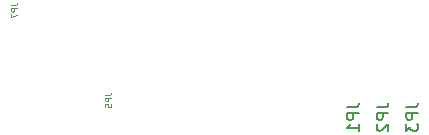
<source format=gbr>
G04 #@! TF.GenerationSoftware,KiCad,Pcbnew,(2017-06-21 revision 54670d678)-makepkg*
G04 #@! TF.CreationDate,2017-10-16T22:16:11+02:00*
G04 #@! TF.ProjectId,plytkaPrzekaznikow,706C79746B6150727A656B617A6E696B,rev?*
G04 #@! TF.SameCoordinates,Original
G04 #@! TF.FileFunction,Legend,Bot*
G04 #@! TF.FilePolarity,Positive*
%FSLAX46Y46*%
G04 Gerber Fmt 4.6, Leading zero omitted, Abs format (unit mm)*
G04 Created by KiCad (PCBNEW (2017-06-21 revision 54670d678)-makepkg) date 10/16/17 22:16:11*
%MOMM*%
%LPD*%
G01*
G04 APERTURE LIST*
%ADD10C,0.100000*%
%ADD11C,0.150000*%
G04 APERTURE END LIST*
D10*
D11*
X122383300Y-118207306D02*
X123097586Y-118207306D01*
X123240443Y-118159687D01*
X123335681Y-118064449D01*
X123383300Y-117921592D01*
X123383300Y-117826354D01*
X123383300Y-118683497D02*
X122383300Y-118683497D01*
X122383300Y-119064449D01*
X122430920Y-119159687D01*
X122478539Y-119207306D01*
X122573777Y-119254925D01*
X122716634Y-119254925D01*
X122811872Y-119207306D01*
X122859491Y-119159687D01*
X122907110Y-119064449D01*
X122907110Y-118683497D01*
X122383300Y-119588259D02*
X122383300Y-120207306D01*
X122764253Y-119873973D01*
X122764253Y-120016830D01*
X122811872Y-120112068D01*
X122859491Y-120159687D01*
X122954729Y-120207306D01*
X123192824Y-120207306D01*
X123288062Y-120159687D01*
X123335681Y-120112068D01*
X123383300Y-120016830D01*
X123383300Y-119731116D01*
X123335681Y-119635878D01*
X123288062Y-119588259D01*
X119898598Y-118207306D02*
X120612884Y-118207306D01*
X120755741Y-118159687D01*
X120850979Y-118064449D01*
X120898598Y-117921592D01*
X120898598Y-117826354D01*
X120898598Y-118683497D02*
X119898598Y-118683497D01*
X119898598Y-119064449D01*
X119946218Y-119159687D01*
X119993837Y-119207306D01*
X120089075Y-119254925D01*
X120231932Y-119254925D01*
X120327170Y-119207306D01*
X120374789Y-119159687D01*
X120422408Y-119064449D01*
X120422408Y-118683497D01*
X119993837Y-119635878D02*
X119946218Y-119683497D01*
X119898598Y-119778735D01*
X119898598Y-120016830D01*
X119946218Y-120112068D01*
X119993837Y-120159687D01*
X120089075Y-120207306D01*
X120184313Y-120207306D01*
X120327170Y-120159687D01*
X120898598Y-119588259D01*
X120898598Y-120207306D01*
X117383300Y-118207306D02*
X118097586Y-118207306D01*
X118240443Y-118159687D01*
X118335681Y-118064449D01*
X118383300Y-117921592D01*
X118383300Y-117826354D01*
X118383300Y-118683497D02*
X117383300Y-118683497D01*
X117383300Y-119064449D01*
X117430920Y-119159687D01*
X117478539Y-119207306D01*
X117573777Y-119254925D01*
X117716634Y-119254925D01*
X117811872Y-119207306D01*
X117859491Y-119159687D01*
X117907110Y-119064449D01*
X117907110Y-118683497D01*
X118383300Y-120207306D02*
X118383300Y-119635878D01*
X118383300Y-119921592D02*
X117383300Y-119921592D01*
X117526158Y-119826354D01*
X117621396Y-119731116D01*
X117669015Y-119635878D01*
D10*
X96926190Y-117183333D02*
X97283333Y-117183333D01*
X97354761Y-117159523D01*
X97402380Y-117111904D01*
X97426190Y-117040476D01*
X97426190Y-116992857D01*
X97426190Y-117421428D02*
X96926190Y-117421428D01*
X96926190Y-117611904D01*
X96950000Y-117659523D01*
X96973809Y-117683333D01*
X97021428Y-117707142D01*
X97092857Y-117707142D01*
X97140476Y-117683333D01*
X97164285Y-117659523D01*
X97188095Y-117611904D01*
X97188095Y-117421428D01*
X96926190Y-118159523D02*
X96926190Y-117921428D01*
X97164285Y-117897619D01*
X97140476Y-117921428D01*
X97116666Y-117969047D01*
X97116666Y-118088095D01*
X97140476Y-118135714D01*
X97164285Y-118159523D01*
X97211904Y-118183333D01*
X97330952Y-118183333D01*
X97378571Y-118159523D01*
X97402380Y-118135714D01*
X97426190Y-118088095D01*
X97426190Y-117969047D01*
X97402380Y-117921428D01*
X97378571Y-117897619D01*
X88926190Y-109583333D02*
X89283333Y-109583333D01*
X89354761Y-109559523D01*
X89402380Y-109511904D01*
X89426190Y-109440476D01*
X89426190Y-109392857D01*
X89426190Y-109821428D02*
X88926190Y-109821428D01*
X88926190Y-110011904D01*
X88950000Y-110059523D01*
X88973809Y-110083333D01*
X89021428Y-110107142D01*
X89092857Y-110107142D01*
X89140476Y-110083333D01*
X89164285Y-110059523D01*
X89188095Y-110011904D01*
X89188095Y-109821428D01*
X88926190Y-110273809D02*
X88926190Y-110607142D01*
X89426190Y-110392857D01*
M02*

</source>
